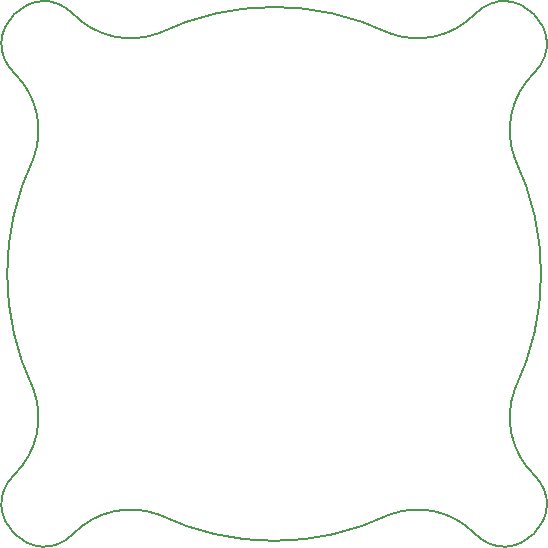
<source format=gko>
G04*
G04 #@! TF.GenerationSoftware,Altium Limited,Altium Designer,20.1.11 (218)*
G04*
G04 Layer_Color=16711935*
%FSLAX25Y25*%
%MOIN*%
G70*
G04*
G04 #@! TF.SameCoordinates,A89DC92D-1D16-4819-8E46-697129492B70*
G04*
G04*
G04 #@! TF.FilePolarity,Positive*
G04*
G01*
G75*
%ADD72C,0.00800*%
D72*
X38477Y80226D02*
G03*
X-38477Y80226I-38477J-80226D01*
G01*
X80226Y-38477D02*
G03*
X80226Y38477I-80226J38477D01*
G01*
X-38477Y-80226D02*
G03*
X38477Y-80226I38477J80226D01*
G01*
X38477Y80226D02*
G03*
X66929Y86614I9330J25002D01*
G01*
X86614Y66929D02*
G03*
X66929Y86614I-9843J9843D01*
G01*
X86614Y66929D02*
G03*
X80226Y38477I18614J-19122D01*
G01*
Y-38477D02*
G03*
X86614Y-66929I25002J-9330D01*
G01*
X66929Y-86614D02*
G03*
X86614Y-66929I9843J9843D01*
G01*
X66929Y-86614D02*
G03*
X38477Y-80226I-19122J-18614D01*
G01*
X-38477D02*
G03*
X-66929Y-86614I-9330J-25002D01*
G01*
X-86614Y-66929D02*
G03*
X-66929Y-86614I9843J-9843D01*
G01*
X-86614Y-66929D02*
G03*
X-80226Y-38477I-18614J19122D01*
G01*
X-66929Y86614D02*
G03*
X-38477Y80226I19122J18614D01*
G01*
X-66929Y86614D02*
G03*
X-86614Y66929I-9843J-9843D01*
G01*
X-80226Y38477D02*
G03*
X-86614Y66929I-25002J9330D01*
G01*
X-80226Y38477D02*
G03*
X-80226Y-38477I80226J-38477D01*
G01*
M02*

</source>
